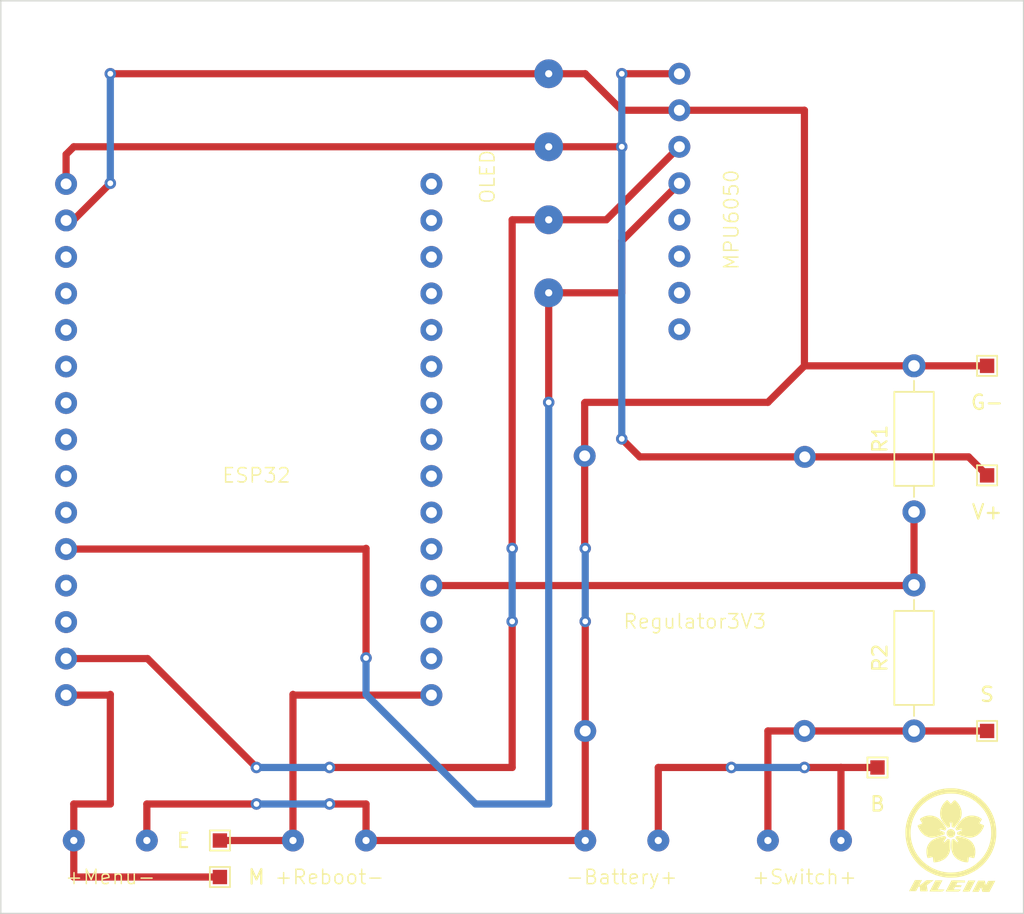
<source format=kicad_pcb>
(kicad_pcb (version 20221018) (generator pcbnew)
  (title_block (title "Gyroscopic controller - PCB") (rev "Dominik Klein"))
  (layers (0 "F.Cu" signal) (31 "B.Cu" signal) (34 "B.Paste" user) (35 "F.Paste" user) (36 "B.SilkS" user "B.Silkscreen") (37 "F.SilkS" user "F.Silkscreen") (38 "B.Mask" user) (39 "F.Mask" user) (44 "Edge.Cuts" user))
  (net 0 "")
  (net 1 "GND")
  (net 2 "BTSI")
  (net 3 "VCC3V3")
  (net 12 "SDA")
  (net 15 "SCL")
  (net 16 "D23")
  (net 28 "D34")
  (net 31 "EN")
  (net 36 "STRI")
  (footprint "Gyroskopicke-pomucky:ESP32_30Pin_Module" (layer "F.Cu") (at 78.205 67.355)
    (fp_text reference "ESP32" (at -4.545 -2.585 unlocked) (layer "F.SilkS") (effects (font (thickness 0.1))))
    (fp_text value "~")
    (pad "1" thru_hole circle (at -17.78 -22.86) (size 1.524 1.524) (drill 0.762) (layers "*.Cu" "*.Mask") (net 3 "VCC3V3"))
    (pad "2" thru_hole circle (at -17.78 -20.32) (size 1.524 1.524) (drill 0.762) (layers "*.Cu" "*.Mask") (net 1 "GND"))
    (pad "3" thru_hole circle (at -17.78 -17.78) (size 1.524 1.524) (drill 0.762) (layers "*.Cu" "*.Mask"))
    (pad "4" thru_hole circle (at -17.78 -15.24) (size 1.524 1.524) (drill 0.762) (layers "*.Cu" "*.Mask"))
    (pad "5" thru_hole circle (at -17.78 -12.7) (size 1.524 1.524) (drill 0.762) (layers "*.Cu" "*.Mask"))
    (pad "6" thru_hole circle (at -17.78 -10.16) (size 1.524 1.524) (drill 0.762) (layers "*.Cu" "*.Mask"))
    (pad "7" thru_hole circle (at -17.78 -7.62) (size 1.524 1.524) (drill 0.762) (layers "*.Cu" "*.Mask"))
    (pad "8" thru_hole circle (at -17.78 -5.08) (size 1.524 1.524) (drill 0.762) (layers "*.Cu" "*.Mask"))
    (pad "9" thru_hole circle (at -17.78 -2.54) (size 1.524 1.524) (drill 0.762) (layers "*.Cu" "*.Mask"))
    (pad "10" thru_hole circle (at -17.78 0) (size 1.524 1.524) (drill 0.762) (layers "*.Cu" "*.Mask"))
    (pad "11" thru_hole circle (at -17.78 2.54) (size 1.524 1.524) (drill 0.762) (layers "*.Cu" "*.Mask") (net 12 "SDA"))
    (pad "12" thru_hole circle (at -17.78 5.08) (size 1.524 1.524) (drill 0.762) (layers "*.Cu" "*.Mask"))
    (pad "13" thru_hole circle (at -17.78 7.62) (size 1.524 1.524) (drill 0.762) (layers "*.Cu" "*.Mask"))
    (pad "14" thru_hole circle (at -17.78 10.16) (size 1.524 1.524) (drill 0.762) (layers "*.Cu" "*.Mask") (net 15 "SCL"))
    (pad "15" thru_hole circle (at -17.78 12.7) (size 1.524 1.524) (drill 0.762) (layers "*.Cu" "*.Mask") (net 16 "D23"))
    (pad "16" thru_hole circle (at 7.62 -22.86) (size 1.524 1.524) (drill 0.762) (layers "*.Cu" "*.Mask"))
    (pad "17" thru_hole circle (at 7.62 -20.32) (size 1.524 1.524) (drill 0.762) (layers "*.Cu" "*.Mask"))
    (pad "18" thru_hole circle (at 7.62 -17.78) (size 1.524 1.524) (drill 0.762) (layers "*.Cu" "*.Mask"))
    (pad "19" thru_hole circle (at 7.62 -15.24) (size 1.524 1.524) (drill 0.762) (layers "*.Cu" "*.Mask"))
    (pad "20" thru_hole circle (at 7.62 -12.7) (size 1.524 1.524) (drill 0.762) (layers "*.Cu" "*.Mask"))
    (pad "21" thru_hole circle (at 7.62 -10.16) (size 1.524 1.524) (drill 0.762) (layers "*.Cu" "*.Mask"))
    (pad "22" thru_hole circle (at 7.62 -7.62) (size 1.524 1.524) (drill 0.762) (layers "*.Cu" "*.Mask"))
    (pad "23" thru_hole circle (at 7.62 -5.08) (size 1.524 1.524) (drill 0.762) (layers "*.Cu" "*.Mask"))
    (pad "24" thru_hole circle (at 7.62 -2.54) (size 1.524 1.524) (drill 0.762) (layers "*.Cu" "*.Mask"))
    (pad "25" thru_hole circle (at 7.62 0) (size 1.524 1.524) (drill 0.762) (layers "*.Cu" "*.Mask"))
    (pad "26" thru_hole circle (at 7.62 2.54) (size 1.524 1.524) (drill 0.762) (layers "*.Cu" "*.Mask"))
    (pad "27" thru_hole circle (at 7.62 5.08) (size 1.524 1.524) (drill 0.762) (layers "*.Cu" "*.Mask") (net 28 "D34"))
    (pad "28" thru_hole circle (at 7.62 7.62) (size 1.524 1.524) (drill 0.762) (layers "*.Cu" "*.Mask"))
    (pad "29" thru_hole circle (at 7.62 10.16) (size 1.524 1.524) (drill 0.762) (layers "*.Cu" "*.Mask"))
    (pad "30" thru_hole circle (at 7.62 12.7) (size 1.524 1.524) (drill 0.762) (layers "*.Cu" "*.Mask") (net 31 "EN"))
  )
  (footprint "TestPoint:TestPoint_Pad_1.0x1.0mm" (layer "F.Cu") (at 124.46 57.15)
    (fp_text reference "G-" (at 0 2.54) (layer "F.SilkS"))
    (fp_text value "~")
    (fp_line (start -0.7 -0.7) (end 0.7 -0.7) (stroke (width 0.12)) (layer "F.SilkS"))
    (fp_line (start -0.7 0.7) (end -0.7 -0.7) (stroke (width 0.12)) (layer "F.SilkS"))
    (fp_line (start 0.7 -0.7) (end 0.7 0.7) (stroke (width 0.12)) (layer "F.SilkS"))
    (fp_line (start 0.7 0.7) (end -0.7 0.7) (stroke (width 0.12)) (layer "F.SilkS"))
    (pad "1" smd rect (at 0 0) (size 1 1) (layers "F.Cu" "F.Mask") (net 1 "GND"))
  )
  (footprint "Gyroskopicke-pomucky:Tlacitko" (layer "F.Cu") (at 78.74 90.17 180)
    (fp_text reference "+Reboot-" (at 0 -2.54 unlocked) (layer "F.SilkS") (effects (font (thickness 0.1))))
    (fp_text value "Conn_01x02_Pin")
    (pad "1" thru_hole circle (at -2.54 0 180) (size 1.524 1.524) (drill 0.5) (layers "*.Cu" "*.Mask") (net 1 "GND"))
    (pad "2" thru_hole circle (at 2.54 0 180) (size 1.524 1.524) (drill 0.5) (layers "*.Cu" "*.Mask") (net 31 "EN"))
  )
  (footprint "Resistor_THT:R_Axial_DIN0207_L6.3mm_D2.5mm_P10.16mm_Horizontal" (layer "F.Cu") (at 119.38 67.31 90)
    (fp_text reference "R1" (at 5.08 -2.37 90) (layer "F.SilkS"))
    (fp_text value "110k")
    (fp_line (start 1.04 0) (end 1.81 0) (stroke (width 0.12)) (layer "F.SilkS"))
    (fp_line (start 1.81 -1.37) (end 1.81 1.37) (stroke (width 0.12)) (layer "F.SilkS"))
    (fp_line (start 1.81 1.37) (end 8.35 1.37) (stroke (width 0.12)) (layer "F.SilkS"))
    (fp_line (start 8.35 -1.37) (end 1.81 -1.37) (stroke (width 0.12)) (layer "F.SilkS"))
    (fp_line (start 8.35 1.37) (end 8.35 -1.37) (stroke (width 0.12)) (layer "F.SilkS"))
    (fp_line (start 9.12 0) (end 8.35 0) (stroke (width 0.12)) (layer "F.SilkS"))
    (pad "1" thru_hole circle (at 0 0 90) (size 1.6 1.6) (drill 0.8) (layers "*.Cu" "*.Mask") (net 28 "D34"))
    (pad "2" thru_hole oval (at 10.16 0 90) (size 1.6 1.6) (drill 0.8) (layers "*.Cu" "*.Mask") (net 1 "GND"))
  )
  (footprint "Gyroskopicke-pomucky:Gyroskop" (layer "F.Cu") (at 108.145 44.45)
    (fp_text reference "MPU6050" (at -1.465 2.54 90 unlocked) (layer "F.SilkS") (effects (font (thickness 0.1))))
    (fp_text value "~")
    (pad "1" thru_hole circle (at -5.08 -7.62 270) (size 1.524 1.524) (drill 0.762) (layers "*.Cu" "*.Mask") (net 3 "VCC3V3"))
    (pad "2" thru_hole circle (at -5.08 -5.08 270) (size 1.524 1.524) (drill 0.762) (layers "*.Cu" "*.Mask") (net 1 "GND"))
    (pad "3" thru_hole circle (at -5.08 -2.54 270) (size 1.524 1.524) (drill 0.762) (layers "*.Cu" "*.Mask") (net 15 "SCL"))
    (pad "4" thru_hole circle (at -5.08 0 270) (size 1.524 1.524) (drill 0.762) (layers "*.Cu" "*.Mask") (net 12 "SDA"))
    (pad "5" thru_hole circle (at -5.08 2.54 270) (size 1.524 1.524) (drill 0.762) (layers "*.Cu" "*.Mask"))
    (pad "6" thru_hole circle (at -5.08 5.08 270) (size 1.524 1.524) (drill 0.762) (layers "*.Cu" "*.Mask"))
    (pad "7" thru_hole circle (at -5.08 7.62 270) (size 1.524 1.524) (drill 0.762) (layers "*.Cu" "*.Mask"))
    (pad "8" thru_hole circle (at -5.08 10.16 270) (size 1.524 1.524) (drill 0.762) (layers "*.Cu" "*.Mask"))
  )
  (footprint "TestPoint:TestPoint_Pad_1.0x1.0mm" (layer "F.Cu") (at 71.12 90.17)
    (fp_text reference "E" (at -2.54 0) (layer "F.SilkS"))
    (fp_text value "~")
    (fp_line (start -0.7 -0.7) (end 0.7 -0.7) (stroke (width 0.12)) (layer "F.SilkS"))
    (fp_line (start -0.7 0.7) (end -0.7 -0.7) (stroke (width 0.12)) (layer "F.SilkS"))
    (fp_line (start 0.7 -0.7) (end 0.7 0.7) (stroke (width 0.12)) (layer "F.SilkS"))
    (fp_line (start 0.7 0.7) (end -0.7 0.7) (stroke (width 0.12)) (layer "F.SilkS"))
    (pad "1" smd rect (at 0 0) (size 1 1) (layers "F.Cu" "F.Mask") (net 31 "EN"))
  )
  (footprint "Gyroskopicke-pomucky:logoKvet" (layer "F.Cu") (at 121.92 90.17)
    (fp_text reference "kvetLogo" hide)
    (fp_text value "LOGO" hide)
    (fp_poly (pts (xy 1.705761 2.816532) (xy 1.696019 2.833957) (xy 1.67754 2.86809) (xy 1.651594 2.916542) (xy 1.619455 2.976922) (xy 1.582394 3.046842) (xy 1.541682 3.123911) (xy 1.499167 3.204647) (xy 1.313528 3.557725) (xy 1.073053 3.557725) (xy 0.832577 3.557725) (xy 1.037796 3.169609) (xy 1.243015 2.781494) (xy 1.484865 2.781494) (xy 1.726716 2.781494)) (fill solid) (layer "F.SilkS"))
    (fp_poly (pts (xy -0.6404 2.924342) (xy -0.676129 2.99201) (xy -0.717438 3.07011) (xy -0.759773 3.15004) (xy -0.798581 3.2232) (xy -0.807338 3.239686) (xy -0.893262 3.4014) (xy -0.651283 3.404299) (xy -0.409303 3.407197) (xy -0.493043 3.482215) (xy -0.576783 3.557233) (xy -0.733107 3.554967) (xy -0.788898 3.554204) (xy -0.861009 3.553285) (xy -0.944196 3.552275) (xy -1.033219 3.551235) (xy -1.122834 3.550229) (xy -1.17651 3.549649) (xy -1.463589 3.546596) (xy -1.258462 3.158655) (xy -1.053335 2.770713) (xy -0.806361 2.770713) (xy -0.559387 2.770713)) (fill solid) (layer "F.SilkS"))
    (fp_poly (pts (xy 0.121776 -0.775164) (xy 0.154102 -0.761619) (xy 0.220357 -0.717873) (xy 0.27096 -0.659687) (xy 0.305011 -0.588349) (xy 0.319352 -0.525492) (xy 0.318079 -0.460496) (xy 0.298889 -0.394217) (xy 0.264519 -0.331572) (xy 0.217704 -0.277475) (xy 0.161181 -0.236844) (xy 0.157707 -0.235027) (xy 0.111098 -0.218767) (xy 0.053454 -0.20946) (xy -0.006317 -0.207692) (xy -0.059307 -0.214045) (xy -0.078184 -0.219566) (xy -0.145182 -0.255466) (xy -0.203148 -0.307925) (xy -0.247483 -0.372399) (xy -0.259716 -0.398897) (xy -0.269771 -0.441002) (xy -0.273176 -0.494491) (xy -0.270147 -0.550309) (xy -0.260899 -0.5994) (xy -0.254519 -0.617452) (xy -0.215263 -0.681799) (xy -0.161858 -0.732602) (xy -0.097879 -0.768601) (xy -0.026898 -0.788534) (xy 0.047511 -0.791142)) (fill solid) (layer "F.SilkS"))
    (fp_poly (pts (xy 2.414941 2.943209) (xy 2.428411 2.996792) (xy 2.440647 3.042001) (xy 2.450578 3.075127) (xy 2.457131 3.092461) (xy 2.45858 3.094142) (xy 2.465796 3.085127) (xy 2.481031 3.060292) (xy 2.502364 3.022952) (xy 2.527876 2.976422) (xy 2.541308 2.951294) (xy 2.617051 2.808446) (xy 2.865138 2.805555) (xy 3.113225 2.802664) (xy 2.907553 3.190976) (xy 2.70188 3.579287) (xy 2.456406 3.579287) (xy 2.210933 3.579287) (xy 2.200488 3.538858) (xy 2.193397 3.511327) (xy 2.182633 3.469432) (xy 2.169871 3.4197) (xy 2.161034 3.385229) (xy 2.148613 3.338426) (xy 2.137506 3.299595) (xy 2.129092 3.273378) (xy 2.125244 3.264627) (xy 2.118301 3.271151) (xy 2.103419 3.293919) (xy 2.082377 3.329927) (xy 2.056951 3.376171) (xy 2.037606 3.412811) (xy 1.956749 3.568397) (xy 1.734264 3.568451) (xy 1.511779 3.568506) (xy 1.716998 3.18039) (xy 1.922217 2.792275) (xy 2.150252 2.792275) (xy 2.378287 2.792275)) (fill solid) (layer "F.SilkS"))
    (fp_poly (pts (xy 0.326425 2.771025) (xy 0.409634 2.771897) (xy 0.502051 2.773237) (xy 0.597502 2.774949) (xy 0.689816 2.77694) (xy 0.725968 2.777832) (xy 1.002632 2.784951) (xy 1.002632 2.853299) (xy 1.002632 2.921647) (xy 0.7409 2.921647) (xy 0.479169 2.921647) (xy 0.433721 3.013285) (xy 0.388273 3.104923) (xy 0.582252 3.104923) (xy 0.64423 3.10527) (xy 0.698014 3.106232) (xy 0.740201 3.107694) (xy 0.767389 3.109541) (xy 0.776231 3.1115) (xy 0.771515 3.12366) (xy 0.759152 3.149218) (xy 0.741818 3.182642) (xy 0.741807 3.182663) (xy 0.707383 3.24725) (xy 0.512711 3.239574) (xy 0.318039 3.231899) (xy 0.271466 3.319345) (xy 0.224892 3.406791) (xy 0.476304 3.40726) (xy 0.727717 3.40773) (xy 0.646859 3.482509) (xy 0.566002 3.557288) (xy 0.398897 3.554995) (xy 0.33974 3.55422) (xy 0.26447 3.553289) (xy 0.178532 3.552267) (xy 0.087374 3.551218) (xy -0.003558 3.550207) (xy -0.055288 3.549649) (xy -0.342367 3.546596) (xy -0.13724 3.158655) (xy 0.067887 2.770713) (xy 0.258596 2.770713)) (fill solid) (layer "F.SilkS"))
    (fp_poly (pts (xy -2.065839 2.89967) (xy -2.099653 2.963287) (xy -2.124318 3.010268) (xy -2.140605 3.043119) (xy -2.149286 3.064347) (xy -2.151131 3.076459) (xy -2.146914 3.081962) (xy -2.137404 3.083364) (xy -2.123375 3.083171) (xy -2.122312 3.083162) (xy -2.108142 3.081152) (xy -2.090498 3.074261) (xy -2.06714 3.060988) (xy -2.035826 3.039829) (xy -1.994312 3.009279) (xy -1.940357 2.967837) (xy -1.881282 2.921538) (xy -1.676443 2.760113) (xy -1.424958 2.760023) (xy -1.173474 2.759932) (xy -1.338711 2.881561) (xy -1.396658 2.924234) (xy -1.454284 2.9667) (xy -1.50712 3.005667) (xy -1.550699 3.037838) (xy -1.576276 3.056752) (xy -1.609645 3.083256) (xy -1.634988 3.106793) (xy -1.648113 3.123348) (xy -1.649048 3.126486) (xy -1.647648 3.142165) (xy -1.643494 3.175226) (xy -1.637119 3.221744) (xy -1.629056 3.27779) (xy -1.622699 3.320544) (xy -1.613723 3.381177) (xy -1.606005 3.435272) (xy -1.600095 3.478828) (xy -1.59654 3.507841) (xy -1.595747 3.517296) (xy -1.597072 3.523247) (xy -1.60284 3.527802) (xy -1.615568 3.531146) (xy -1.637775 3.533463) (xy -1.671978 3.534938) (xy -1.720695 3.535757) (xy -1.786444 3.536102) (xy -1.852919 3.536163) (xy -2.110252 3.536163) (xy -2.116934 3.495734) (xy -2.121034 3.459592) (xy -2.123463 3.416371) (xy -2.123735 3.400287) (xy -2.125035 3.357361) (xy -2.128237 3.307197) (xy -2.130835 3.278475) (xy -2.137816 3.211682) (xy -2.185878 3.214903) (xy -2.23394 3.218124) (xy -2.315282 3.371753) (xy -2.396625 3.525382) (xy -2.641744 3.525382) (xy -2.886863 3.525382) (xy -2.681644 3.137266) (xy -2.476425 2.749151) (xy -2.231164 2.749151) (xy -1.985903 2.749151)) (fill solid) (layer "F.SilkS"))
    (fp_poly (pts (xy 0.333472 -2.776646) (xy 0.382193 -2.735998) (xy 0.436755 -2.682522) (xy 0.491934 -2.621896) (xy 0.542505 -2.559797) (xy 0.575928 -2.513182) (xy 0.657842 -2.37293) (xy 0.718366 -2.231364) (xy 0.75749 -2.088941) (xy 0.775203 -1.946117) (xy 0.771496 -1.803351) (xy 0.746359 -1.6611) (xy 0.699782 -1.51982) (xy 0.631754 -1.379968) (xy 0.60203 -1.33009) (xy 0.560475 -1.267977) (xy 0.507712 -1.195743) (xy 0.447764 -1.11853) (xy 0.384655 -1.04148) (xy 0.322408 -0.969733) (xy 0.305119 -0.950682) (xy 0.242572 -0.88256) (xy 0.188667 -0.904045) (xy 0.152136 -0.917641) (xy 0.119355 -0.928249) (xy 0.106771 -0.931528) (xy 0.094849 -0.934786) (xy 0.086676 -0.941036) (xy 0.08126 -0.954074) (xy 0.077606 -0.977694) (xy 0.074725 -1.01569) (xy 0.072018 -1.064412) (xy 0.066405 -1.144114) (xy 0.059014 -1.203414) (xy 0.049588 -1.24342) (xy 0.037868 -1.265236) (xy 0.024026 -1.270059) (xy 0.007891 -1.256187) (xy -0.005914 -1.221892) (xy -0.017133 -1.168217) (xy -0.025512 -1.096201) (xy -0.028386 -1.056467) (xy -0.035331 -0.942117) (xy -0.101218 -0.920348) (xy -0.138594 -0.907677) (xy -0.169487 -0.896631) (xy -0.185036 -0.890515) (xy -0.195771 -0.891044) (xy -0.212248 -0.901503) (xy -0.236464 -0.923692) (xy -0.270415 -0.959413) (xy -0.30851 -1.00186) (xy -0.419074 -1.13356) (xy -0.511138 -1.258064) (xy -0.585734 -1.37731) (xy -0.643893 -1.493235) (xy -0.686647 -1.607776) (xy -0.715028 -1.722871) (xy -0.724326 -1.782613) (xy -0.730719 -1.916678) (xy -0.717338 -2.053386) (xy -0.685298 -2.190043) (xy -0.635716 -2.323955) (xy -0.569709 -2.452428) (xy -0.488393 -2.572769) (xy -0.392884 -2.682283) (xy -0.325586 -2.744798) (xy -0.29007 -2.774195) (xy -0.260056 -2.797364) (xy -0.239626 -2.811242) (xy -0.233576 -2.813837) (xy -0.221659 -2.806408) (xy -0.198469 -2.786286) (xy -0.16725 -2.756718) (xy -0.131249 -2.72095) (xy -0.093713 -2.682231) (xy -0.057886 -2.643806) (xy -0.027014 -2.608924) (xy -0.018034 -2.598218) (xy 0.021906 -2.549703) (xy 0.049709 -2.582046) (xy 0.114987 -2.656919) (xy 0.167915 -2.715254) (xy 0.209128 -2.757726) (xy 0.23926 -2.785013) (xy 0.242938 -2.787895) (xy 0.279823 -2.816028)) (fill solid) (layer "F.SilkS"))
    (fp_poly (pts (xy -1.328379 -1.734141) (xy -1.186046 -1.707877) (xy -1.048102 -1.661726) (xy -0.915932 -1.595994) (xy -0.790924 -1.510986) (xy -0.674463 -1.407008) (xy -0.621502 -1.349873) (xy -0.576615 -1.294383) (xy -0.52579 -1.224876) (xy -0.472574 -1.146698) (xy -0.420512 -1.065198) (xy -0.37315 -0.985722) (xy -0.340457 -0.926097) (xy -0.287408 -0.824361) (xy -0.326705 -0.772879) (xy -0.349699 -0.741984) (xy -0.36815 -0.715819) (xy -0.375987 -0.703555) (xy -0.382445 -0.695693) (xy -0.393228 -0.692872) (xy -0.412604 -0.695571) (xy -0.444845 -0.704275) (xy -0.481377 -0.71545) (xy -0.548528 -0.734525) (xy -0.612126 -0.749175) (xy -0.668585 -0.758872) (xy -0.714317 -0.763086) (xy -0.745736 -0.761289) (xy -0.75733 -0.756134) (xy -0.764105 -0.743068) (xy -0.753616 -0.729187) (xy -0.749278 -0.725692) (xy -0.721982 -0.70846) (xy -0.680191 -0.686646) (xy -0.629728 -0.662887) (xy -0.576415 -0.639822) (xy -0.526075 -0.620087) (xy -0.487854 -0.607274) (xy -0.420488 -0.587564) (xy -0.420551 -0.501316) (xy -0.420614 -0.415068) (xy -0.649632 -0.336985) (xy -0.755477 -0.301576) (xy -0.8452 -0.273245) (xy -0.922676 -0.251004) (xy -0.99178 -0.233869) (xy -1.056388 -0.220851) (xy -1.120374 -0.210967) (xy -1.166617 -0.20541) (xy -1.233093 -0.198961) (xy -1.285838 -0.196077) (xy -1.33239 -0.196778) (xy -1.380287 -0.201083) (xy -1.41728 -0.20605) (xy -1.555966 -0.236866) (xy -1.686857 -0.287438) (xy -1.8093 -0.357178) (xy -1.922645 -0.4455) (xy -2.026238 -0.551815) (xy -2.119428 -0.675536) (xy -2.201564 -0.816075) (xy -2.271992 -0.972845) (xy -2.274247 -0.978644) (xy -2.296248 -1.035514) (xy -2.246296 -1.067193) (xy -2.213895 -1.085144) (xy -2.168664 -1.106866) (xy -2.118075 -1.128865) (xy -2.092717 -1.139026) (xy -2.048604 -1.156467) (xy -2.01204 -1.171573) (xy -1.987712 -1.182369) (xy -1.980507 -1.186277) (xy -1.982061 -1.197876) (xy -1.993327 -1.22314) (xy -2.012206 -1.257693) (xy -2.02481 -1.278645) (xy -2.066591 -1.348223) (xy -2.098679 -1.406374) (xy -2.120268 -1.451463) (xy -2.130555 -1.48186) (xy -2.130645 -1.493404) (xy -2.117505 -1.508808) (xy -2.089344 -1.531186) (xy -2.05039 -1.557794) (xy -2.004868 -1.585887) (xy -1.957004 -1.612717) (xy -1.913865 -1.634236) (xy -1.767843 -1.690567) (xy -1.620663 -1.725791) (xy -1.473713 -1.740214)) (fill solid) (layer "F.SilkS"))
    (fp_poly (pts (xy 1.61737 -1.72948) (xy 1.749277 -1.706146) (xy 1.874573 -1.668621) (xy 1.989718 -1.618087) (xy 2.091178 -1.555725) (xy 2.138065 -1.518394) (xy 2.179228 -1.482386) (xy 2.125593 -1.383948) (xy 2.099354 -1.336751) (xy 2.07323 -1.291381) (xy 2.051159 -1.254609) (xy 2.04228 -1.240664) (xy 2.024971 -1.211286) (xy 2.022251 -1.192264) (xy 2.036177 -1.178841) (xy 2.068803 -1.166262) (xy 2.07534 -1.164185) (xy 2.110092 -1.151609) (xy 2.153336 -1.133584) (xy 2.200191 -1.112442) (xy 2.24578 -1.090519) (xy 2.285225 -1.070146) (xy 2.313647 -1.053658) (xy 2.325382 -1.044581) (xy 2.327956 -1.026071) (xy 2.320388 -0.992582) (xy 2.304215 -0.94726) (xy 2.280975 -0.893252) (xy 2.252204 -0.833704) (xy 2.219439 -0.771762) (xy 2.184218 -0.710573) (xy 2.148078 -0.653284) (xy 2.112555 -0.603039) (xy 2.104748 -0.592954) (xy 2.003988 -0.480968) (xy 1.89304 -0.386544) (xy 1.773368 -0.310336) (xy 1.646435 -0.252997) (xy 1.513703 -0.215183) (xy 1.376636 -0.197545) (xy 1.236697 -0.200739) (xy 1.229032 -0.201523) (xy 1.115842 -0.218768) (xy 0.985432 -0.248266) (xy 0.837642 -0.290056) (xy 0.705241 -0.332891) (xy 0.637178 -0.356311) (xy 0.576527 -0.37781) (xy 0.526083 -0.396344) (xy 0.488643 -0.410871) (xy 0.467002 -0.420347) (xy 0.462734 -0.423348) (xy 0.463149 -0.437317) (xy 0.463452 -0.466752) (xy 0.463581 -0.505558) (xy 0.463582 -0.509622) (xy 0.463582 -0.588004) (xy 0.543617 -0.612848) (xy 0.593271 -0.6301) (xy 0.645237 -0.651239) (xy 0.695594 -0.674285) (xy 0.740422 -0.697259) (xy 0.7758 -0.718183) (xy 0.797809 -0.735077) (xy 0.803183 -0.743888) (xy 0.793405 -0.754033) (xy 0.766641 -0.758905) (xy 0.726744 -0.75876) (xy 0.67757 -0.753854) (xy 0.622973 -0.744443) (xy 0.566807 -0.730783) (xy 0.555221 -0.727413) (xy 0.510915 -0.714138) (xy 0.473346 -0.702908) (xy 0.44809 -0.695388) (xy 0.441866 -0.693553) (xy 0.426017 -0.699813) (xy 0.401929 -0.724581) (xy 0.377904 -0.756344) (xy 0.330269 -0.82389) (xy 0.387459 -0.932128) (xy 0.484268 -1.099713) (xy 0.587559 -1.248551) (xy 0.696897 -1.378195) (xy 0.811843 -1.488203) (xy 0.931962 -1.578128) (xy 1.056818 -1.647527) (xy 1.113123 -1.671438) (xy 1.208676 -1.703702) (xy 1.301094 -1.724418) (xy 1.398843 -1.735102) (xy 1.482386 -1.737442)) (fill solid) (layer "F.SilkS"))
    (fp_poly (pts (xy 0.481021 -0.308557) (xy 0.52539 -0.30329) (xy 0.563672 -0.298263) (xy 0.755722 -0.265202) (xy 0.930949 -0.219523) (xy 1.089176 -0.161311) (xy 1.230222 -0.090647) (xy 1.353908 -0.007614) (xy 1.460055 0.087703) (xy 1.504552 0.137587) (xy 1.551679 0.202731) (xy 1.598275 0.281781) (xy 1.640598 0.367323) (xy 1.674905 0.451941) (xy 1.693581 0.512097) (xy 1.710186 0.598038) (xy 1.720094 0.696452) (xy 1.723022 0.799224) (xy 1.718685 0.89824) (xy 1.709621 0.970288) (xy 1.695019 1.045641) (xy 1.679345 1.111439) (xy 1.663449 1.164918) (xy 1.648184 1.203316) (xy 1.6344 1.223871) (xy 1.630803 1.226099) (xy 1.614759 1.225905) (xy 1.581866 1.221001) (xy 1.536136 1.212134) (xy 1.481578 1.200054) (xy 1.447626 1.191909) (xy 1.391077 1.178253) (xy 1.342346 1.16704) (xy 1.305051 1.159057) (xy 1.282813 1.155093) (xy 1.278179 1.154993) (xy 1.275582 1.166545) (xy 1.270996 1.195538) (xy 1.264998 1.238005) (xy 1.258165 1.289978) (xy 1.2558 1.30874) (xy 1.24702 1.379849) (xy 1.239981 1.432441) (xy 1.233218 1.469321) (xy 1.225268 1.493294) (xy 1.214664 1.507167) (xy 1.199944 1.513743) (xy 1.179642 1.515829) (xy 1.152293 1.51623) (xy 1.147434 1.516319) (xy 1.097404 1.515722) (xy 1.045216 1.512532) (xy 1.01193 1.508772) (xy 0.920142 1.490991) (xy 0.822755 1.465358) (xy 0.731222 1.435025) (xy 0.701042 1.423204) (xy 0.559108 1.354622) (xy 0.434359 1.273015) (xy 0.326791 1.17838) (xy 0.236398 1.070711) (xy 0.163178 0.950002) (xy 0.107126 0.816248) (xy 0.068238 0.669445) (xy 0.053437 0.57745) (xy 0.048217 0.515016) (xy 0.045727 0.437093) (xy 0.045817 0.349559) (xy 0.048335 0.258293) (xy 0.053128 0.169174) (xy 0.060044 0.088081) (xy 0.067617 0.028975) (xy 0.080857 -0.055251) (xy 0.160933 -0.082126) (xy 0.241009 -0.109001) (xy 0.349601 -0.001775) (xy 0.390819 0.038119) (xy 0.428536 0.073151) (xy 0.459208 0.100133) (xy 0.479292 0.115878) (xy 0.482609 0.117876) (xy 0.50356 0.123491) (xy 0.512288 0.113809) (xy 0.50956 0.090742) (xy 0.496141 0.056202) (xy 0.472798 0.012103) (xy 0.440298 -0.039644) (xy 0.399408 -0.097126) (xy 0.393089 -0.10548) (xy 0.334085 -0.182926) (xy 0.371606 -0.23208) (xy 0.394108 -0.262352) (xy 0.412005 -0.287838) (xy 0.418926 -0.298747) (xy 0.424558 -0.305806) (xy 0.434312 -0.309803) (xy 0.451898 -0.310724)) (fill solid) (layer "F.SilkS"))
    (fp_poly (pts (xy -0.389202 -0.308641) (xy -0.377989 -0.301579) (xy -0.370554 -0.290075) (xy -0.36912 -0.287023) (xy -0.354758 -0.263078) (xy -0.332639 -0.233544) (xy -0.323809 -0.22309) (xy -0.290175 -0.184783) (xy -0.348106 -0.109805) (xy -0.386265 -0.057317) (xy -0.419211 -0.006092) (xy -0.445251 0.040605) (xy -0.462692 0.079508) (xy -0.469841 0.107353) (xy -0.467002 0.119483) (xy -0.456251 0.124326) (xy -0.440587 0.120046) (xy -0.418129 0.105194) (xy -0.386995 0.078321) (xy -0.345306 0.037978) (xy -0.295987 -0.012307) (xy -0.198469 -0.113201) (xy -0.139663 -0.089275) (xy -0.103493 -0.07606) (xy -0.072276 -0.067228) (xy -0.057813 -0.065017) (xy -0.047195 -0.06311) (xy -0.039453 -0.055209) (xy -0.03329 -0.037509) (xy -0.027411 -0.006203) (xy -0.020519 0.042515) (xy -0.020079 0.045819) (xy -0.012956 0.115823) (xy -0.008169 0.197663) (xy -0.005675 0.286562) (xy -0.005431 0.377741) (xy -0.007392 0.466423) (xy -0.011515 0.54783) (xy -0.017756 0.617183) (xy -0.025791 0.668421) (xy -0.06223 0.804775) (xy -0.110232 0.925404) (xy -0.171562 1.033789) (xy -0.247987 1.133412) (xy -0.278505 1.166725) (xy -0.38862 1.266832) (xy -0.512365 1.350775) (xy -0.650098 1.418735) (xy -0.802179 1.470891) (xy -0.950906 1.504346) (xy -1.006508 1.512501) (xy -1.061074 1.517661) (xy -1.110162 1.519714) (xy -1.149327 1.51855) (xy -1.174125 1.514057) (xy -1.180053 1.51009) (xy -1.184221 1.495266) (xy -1.190289 1.463411) (xy -1.197594 1.418899) (xy -1.205472 1.366107) (xy -1.213258 1.309411) (xy -1.220288 1.253189) (xy -1.223927 1.220946) (xy -1.228989 1.186075) (xy -1.235052 1.161728) (xy -1.240262 1.153565) (xy -1.253464 1.156016) (xy -1.283642 1.162757) (xy -1.326845 1.172874) (xy -1.379125 1.185452) (xy -1.403047 1.191299) (xy -1.458913 1.204721) (xy -1.508308 1.216039) (xy -1.54698 1.22432) (xy -1.570678 1.228629) (xy -1.574982 1.229032) (xy -1.588365 1.222939) (xy -1.601813 1.203351) (xy -1.61613 1.168302) (xy -1.632125 1.115827) (xy -1.650165 1.045755) (xy -1.666081 0.958037) (xy -1.675053 0.858736) (xy -1.677058 0.754996) (xy -1.672072 0.653959) (xy -1.660071 0.562767) (xy -1.65192 0.525019) (xy -1.606753 0.387331) (xy -1.543494 0.261178) (xy -1.462375 0.146733) (xy -1.363627 0.044167) (xy -1.247481 -0.046349) (xy -1.11417 -0.124644) (xy -0.963925 -0.190546) (xy -0.796977 -0.243884) (xy -0.613559 -0.284486) (xy -0.541815 -0.29621) (xy -0.480499 -0.305048) (xy -0.436957 -0.31019) (xy -0.407691 -0.31145)) (fill solid) (layer "F.SilkS"))
    (fp_poly (pts (xy 0.132399 -3.632346) (xy 0.229522 -3.629954) (xy 0.314442 -3.625641) (xy 0.357326 -3.6221) (xy 0.615232 -3.585834) (xy 0.868534 -3.529035) (xy 1.115836 -3.452287) (xy 1.355743 -3.356172) (xy 1.586859 -3.241275) (xy 1.807787 -3.108177) (xy 2.017134 -2.957463) (xy 2.091511 -2.89724) (xy 2.280896 -2.725171) (xy 2.453745 -2.539626) (xy 2.609553 -2.341551) (xy 2.747812 -2.131892) (xy 2.868016 -1.911595) (xy 2.96966 -1.681605) (xy 3.052236 -1.442867) (xy 3.115239 -1.196329) (xy 3.158162 -0.942935) (xy 3.164027 -0.893906) (xy 3.170997 -0.81337) (xy 3.175994 -0.717956) (xy 3.178968 -0.613672) (xy 3.179872 -0.506526) (xy 3.178658 -0.402526) (xy 3.175277 -0.30768) (xy 3.169682 -0.227997) (xy 3.169376 -0.224848) (xy 3.133372 0.032827) (xy 3.076989 0.283602) (xy 3.000426 0.527012) (xy 2.903882 0.762593) (xy 2.787557 0.989879) (xy 2.65165 1.208407) (xy 2.496361 1.417711) (xy 2.429947 1.497485) (xy 2.255611 1.683968) (xy 2.066854 1.854925) (xy 1.864845 2.009724) (xy 1.650757 2.147732) (xy 1.425757 2.268316) (xy 1.191018 2.370845) (xy 0.94771 2.454686) (xy 0.697002 2.519207) (xy 0.462279 2.560756) (xy 0.405273 2.566931) (xy 0.331554 2.572262) (xy 0.24583 2.576643) (xy 0.152809 2.579972) (xy 0.057198 2.582146) (xy -0.036295 2.58306) (xy -0.122962 2.58261) (xy -0.198096 2.580695) (xy -0.256988 2.577209) (xy -0.262562 2.576697) (xy -0.518464 2.542294) (xy -0.766581 2.488815) (xy -1.009313 2.415578) (xy -1.249054 2.3219) (xy -1.396137 2.253797) (xy -1.622508 2.131089) (xy -1.836257 1.991555) (xy -2.036613 1.836191) (xy -2.222806 1.665993) (xy -2.394064 1.481957) (xy -2.549618 1.285079) (xy -2.688695 1.076354) (xy -2.810525 0.856779) (xy -2.914337 0.627348) (xy -2.999361 0.389058) (xy -3.064826 0.142905) (xy -3.077821 0.081376) (xy -3.105471 -0.084683) (xy -3.124954 -0.262788) (xy -3.135907 -0.445788) (xy -3.136899 -0.532929) (xy -2.781494 -0.532929) (xy -2.771111 -0.29327) (xy -2.7405 -0.05921) (xy -2.690465 0.168394) (xy -2.621815 0.388685) (xy -2.535353 0.600804) (xy -2.431886 0.803893) (xy -2.312221 0.997094) (xy -2.177162 1.179549) (xy -2.027516 1.350401) (xy -1.864089 1.508792) (xy -1.687687 1.653863) (xy -1.499116 1.784757) (xy -1.299181 1.900616) (xy -1.088688 2.000581) (xy -0.868444 2.083796) (xy -0.639254 2.149401) (xy -0.401924 2.19654) (xy -0.194058 2.221475) (xy -0.113402 2.225813) (xy -0.017666 2.226982) (xy 0.086937 2.225206) (xy 0.194192 2.22071) (xy 0.297887 2.213718) (xy 0.391809 2.204453) (xy 0.434829 2.198796) (xy 0.599837 2.170873) (xy 0.751722 2.136575) (xy 0.898506 2.093743) (xy 1.048211 2.040218) (xy 1.099661 2.019824) (xy 1.306695 1.926848) (xy 1.499737 1.820761) (xy 1.681903 1.699481) (xy 1.85631 1.560927) (xy 2.026073 1.403016) (xy 2.032308 1.396772) (xy 2.196331 1.217196) (xy 2.342091 1.026262) (xy 2.469385 0.824391) (xy 2.57801 0.612002) (xy 2.667765 0.389517) (xy 2.738445 0.157356) (xy 2.78985 -0.084061) (xy 2.809209 -0.21562) (xy 2.816432 -0.294091) (xy 2.820905 -0.387965) (xy 2.822711 -0.491703) (xy 2.821933 -0.599771) (xy 2.818653 -0.706632) (xy 2.812952 -0.806749) (xy 2.804914 -0.894586) (xy 2.798408 -0.942886) (xy 2.749678 -1.183822) (xy 2.681628 -1.415434) (xy 2.594442 -1.637353) (xy 2.488302 -1.849212) (xy 2.363391 -2.050642) (xy 2.219892 -2.241276) (xy 2.070197 -2.408265) (xy 1.891143 -2.578822) (xy 1.70433 -2.729814) (xy 1.508834 -2.861711) (xy 1.303729 -2.974982) (xy 1.088091 -3.070098) (xy 0.860998 -3.147528) (xy 0.621523 -3.207741) (xy 0.428531 -3.242605) (xy 0.361219 -3.250359) (xy 0.277197 -3.25616) (xy 0.181182 -3.260013) (xy 0.077892 -3.261922) (xy -0.027957 -3.261894) (xy -0.131646 -3.259933) (xy -0.228458 -3.256045) (xy -0.313677 -3.250236) (xy -0.382584 -3.24251) (xy -0.388115 -3.241676) (xy -0.640961 -3.192537) (xy -0.882823 -3.125382) (xy -1.113252 -3.040488) (xy -1.331797 -2.938132) (xy -1.538011 -2.818591) (xy -1.731444 -2.682144) (xy -1.911646 -2.529066) (xy -2.078169 -2.359634) (xy -2.230563 -2.174127) (xy -2.317796 -2.051099) (xy -2.445464 -1.841646) (xy -2.552858 -1.62511) (xy -2.639826 -1.401988) (xy -2.706216 -1.172778) (xy -2.751875 -0.937978) (xy -2.776651 -0.698086) (xy -2.781494 -0.532929) (xy -3.136899 -0.532929) (xy -3.137964 -0.626531) (xy -3.130762 -0.797866) (xy -3.125632 -0.857911) (xy -3.090392 -1.10653) (xy -3.034754 -1.349998) (xy -2.959507 -1.58717) (xy -2.865439 -1.816904) (xy -2.753339 -2.038056) (xy -2.623996 -2.249482) (xy -2.478197 -2.450038) (xy -2.316731 -2.638582) (xy -2.140388 -2.81397) (xy -1.949954 -2.975058) (xy -1.74622 -3.120702) (xy -1.529973 -3.249759) (xy -1.446326 -3.293389) (xy -1.257176 -3.381704) (xy -1.070185 -3.455054) (xy -0.880585 -3.514835) (xy -0.683613 -3.562438) (xy -0.474501 -3.599258) (xy -0.339667 -3.616934) (xy -0.265782 -3.623527) (xy -0.176016 -3.628407) (xy -0.075986 -3.631531) (xy 0.028691 -3.632858)) (fill solid) (layer "F.SilkS"))
  )
  (footprint "Gyroskopicke-pomucky:OLED" (layer "F.Cu") (at 93.98 44.45 90)
    (fp_text reference "OLED" (at 0.457638 -4.25961 90 unlocked) (layer "F.SilkS") (effects (font (thickness 0.1))))
    (fp_text value "Conn_01x04_Pin")
    (pad "1" thru_hole circle (at -7.62 0 90) (size 2 2) (drill 0.5) (layers "*.Cu" "*.Mask") (net 12 "SDA"))
    (pad "2" thru_hole circle (at -2.54 0 90) (size 2 2) (drill 0.5) (layers "*.Cu" "*.Mask") (net 15 "SCL"))
    (pad "3" thru_hole circle (at 2.54 0 90) (size 2 2) (drill 0.5) (layers "*.Cu" "*.Mask") (net 3 "VCC3V3"))
    (pad "4" thru_hole circle (at 7.62 0 90) (size 2 2) (drill 0.5) (layers "*.Cu" "*.Mask") (net 1 "GND"))
  )
  (footprint "Gyroskopicke-pomucky:Tlacitko" (layer "F.Cu") (at 99.06 90.17)
    (fp_text reference "-Battery+" (at 0 2.54 unlocked) (layer "F.SilkS") (effects (font (thickness 0.1))))
    (fp_text value "Conn_01x02_Pin")
    (pad "1" thru_hole circle (at -2.54 0) (size 1.524 1.524) (drill 0.5) (layers "*.Cu" "*.Mask") (net 1 "GND"))
    (pad "2" thru_hole circle (at 2.54 0) (size 1.524 1.524) (drill 0.5) (layers "*.Cu" "*.Mask") (net 2 "BTSI"))
  )
  (footprint "Gyroskopicke-pomucky:Tlacitko" (layer "F.Cu") (at 63.5 90.17 180)
    (fp_text reference "+Menu-" (at 0 -2.54 unlocked) (layer "F.SilkS") (effects (font (thickness 0.1))))
    (fp_text value "Conn_01x02_Pin")
    (pad "1" thru_hole circle (at -2.54 0 180) (size 1.524 1.524) (drill 0.5) (layers "*.Cu" "*.Mask") (net 1 "GND"))
    (pad "2" thru_hole circle (at 2.54 0 180) (size 1.524 1.524) (drill 0.5) (layers "*.Cu" "*.Mask") (net 16 "D23"))
  )
  (footprint "Resistor_THT:R_Axial_DIN0207_L6.3mm_D2.5mm_P10.16mm_Horizontal" (layer "F.Cu") (at 119.38 82.55 90)
    (fp_text reference "R2" (at 5.08 -2.37 90) (layer "F.SilkS"))
    (fp_text value "220kΩ")
    (fp_line (start 1.04 0) (end 1.81 0) (stroke (width 0.12)) (layer "F.SilkS"))
    (fp_line (start 1.81 -1.37) (end 1.81 1.37) (stroke (width 0.12)) (layer "F.SilkS"))
    (fp_line (start 1.81 1.37) (end 8.35 1.37) (stroke (width 0.12)) (layer "F.SilkS"))
    (fp_line (start 8.35 -1.37) (end 1.81 -1.37) (stroke (width 0.12)) (layer "F.SilkS"))
    (fp_line (start 8.35 1.37) (end 8.35 -1.37) (stroke (width 0.12)) (layer "F.SilkS"))
    (fp_line (start 9.12 0) (end 8.35 0) (stroke (width 0.12)) (layer "F.SilkS"))
    (pad "1" thru_hole circle (at 0 0 90) (size 1.6 1.6) (drill 0.8) (layers "*.Cu" "*.Mask") (net 36 "STRI"))
    (pad "2" thru_hole oval (at 10.16 0 90) (size 1.6 1.6) (drill 0.8) (layers "*.Cu" "*.Mask") (net 28 "D34"))
  )
  (footprint "TestPoint:TestPoint_Pad_1.0x1.0mm" (layer "F.Cu") (at 71.12 92.71)
    (fp_text reference "M" (at 2.54 0) (layer "F.SilkS"))
    (fp_text value "~")
    (fp_line (start -0.7 -0.7) (end 0.7 -0.7) (stroke (width 0.12)) (layer "F.SilkS"))
    (fp_line (start -0.7 0.7) (end -0.7 -0.7) (stroke (width 0.12)) (layer "F.SilkS"))
    (fp_line (start 0.7 -0.7) (end 0.7 0.7) (stroke (width 0.12)) (layer "F.SilkS"))
    (fp_line (start 0.7 0.7) (end -0.7 0.7) (stroke (width 0.12)) (layer "F.SilkS"))
    (pad "1" smd rect (at 0 0) (size 1 1) (layers "F.Cu" "F.Mask") (net 16 "D23"))
  )
  (footprint "TestPoint:TestPoint_Pad_1.0x1.0mm" (layer "F.Cu") (at 124.46 64.77)
    (fp_text reference "V+" (at 0 2.54) (layer "F.SilkS"))
    (fp_text value "~")
    (fp_line (start -0.7 -0.7) (end 0.7 -0.7) (stroke (width 0.12)) (layer "F.SilkS"))
    (fp_line (start -0.7 0.7) (end -0.7 -0.7) (stroke (width 0.12)) (layer "F.SilkS"))
    (fp_line (start 0.7 -0.7) (end 0.7 0.7) (stroke (width 0.12)) (layer "F.SilkS"))
    (fp_line (start 0.7 0.7) (end -0.7 0.7) (stroke (width 0.12)) (layer "F.SilkS"))
    (pad "1" smd rect (at 0 0) (size 1 1) (layers "F.Cu" "F.Mask") (net 3 "VCC3V3"))
  )
  (footprint "Gyroskopicke-pomucky:Regulator" (layer "F.Cu") (at 106.68 72.39 90)
    (fp_text reference "Regulator3V3" (at -2.54 -2.54 unlocked) (layer "F.SilkS") (effects (font (thickness 0.1))))
    (fp_text value "~")
    (pad "1" thru_hole circle (at -10.16 -10.16 90) (size 1.524 1.524) (drill 0.762) (layers "*.Cu" "*.Mask") (net 1 "GND"))
    (pad "2" thru_hole circle (at -10.16 5.08 90) (size 1.524 1.524) (drill 0.762) (layers "*.Cu" "*.Mask") (net 36 "STRI"))
    (pad "3" thru_hole circle (at 8.976443 -10.198461 90) (size 1.524 1.524) (drill 0.762) (layers "*.Cu" "*.Mask") (net 1 "GND"))
    (pad "4" thru_hole circle (at 8.907517 5.103229 90) (size 1.524 1.524) (drill 0.762) (layers "*.Cu" "*.Mask") (net 3 "VCC3V3"))
  )
  (footprint "TestPoint:TestPoint_Pad_1.0x1.0mm" (layer "F.Cu") (at 116.84 85.09)
    (fp_text reference "B" (at 0 2.54) (layer "F.SilkS"))
    (fp_text value "~")
    (fp_line (start -0.7 -0.7) (end 0.7 -0.7) (stroke (width 0.12)) (layer "F.SilkS"))
    (fp_line (start -0.7 0.7) (end -0.7 -0.7) (stroke (width 0.12)) (layer "F.SilkS"))
    (fp_line (start 0.7 -0.7) (end 0.7 0.7) (stroke (width 0.12)) (layer "F.SilkS"))
    (fp_line (start 0.7 0.7) (end -0.7 0.7) (stroke (width 0.12)) (layer "F.SilkS"))
    (pad "1" smd rect (at 0 0) (size 1 1) (layers "F.Cu" "F.Mask") (net 2 "BTSI"))
  )
  (footprint "TestPoint:TestPoint_Pad_1.0x1.0mm" (layer "F.Cu") (at 124.46 82.55)
    (fp_text reference "S" (at 0 -2.54) (layer "F.SilkS"))
    (fp_text value "~")
    (fp_line (start -0.7 -0.7) (end 0.7 -0.7) (stroke (width 0.12)) (layer "F.SilkS"))
    (fp_line (start -0.7 0.7) (end -0.7 -0.7) (stroke (width 0.12)) (layer "F.SilkS"))
    (fp_line (start 0.7 -0.7) (end 0.7 0.7) (stroke (width 0.12)) (layer "F.SilkS"))
    (fp_line (start 0.7 0.7) (end -0.7 0.7) (stroke (width 0.12)) (layer "F.SilkS"))
    (pad "1" smd rect (at 0 0) (size 1 1) (layers "F.Cu" "F.Mask") (net 36 "STRI"))
  )
  (footprint "Gyroskopicke-pomucky:Tlacitko" (layer "F.Cu") (at 111.76 90.17)
    (fp_text reference "+Switch+" (at 0 2.54 unlocked) (layer "F.SilkS") (effects (font (thickness 0.1))))
    (fp_text value "Conn_01x02_Pin")
    (pad "1" thru_hole circle (at -2.54 0) (size 1.524 1.524) (drill 0.5) (layers "*.Cu" "*.Mask") (net 36 "STRI"))
    (pad "2" thru_hole circle (at 2.54 0) (size 1.524 1.524) (drill 0.5) (layers "*.Cu" "*.Mask") (net 2 "BTSI"))
  )
  (gr_line (start 55.88 31.75) (end 127 31.75) (stroke (width 0.1)) (layer "Edge.Cuts"))
  (gr_line (start 55.88 95.25) (end 55.88 31.75) (stroke (width 0.1)) (layer "Edge.Cuts"))
  (gr_line (start 127 31.75) (end 127 95.25) (stroke (width 0.1)) (layer "Edge.Cuts"))
  (gr_line (start 127 95.25) (end 55.88 95.25) (stroke (width 0.1)) (layer "Edge.Cuts"))
  (segment (start 63.5 36.83) (end 93.98 36.83) (width 0.5) (layer "F.Cu") (net 1))
  (segment (start 96.52 36.83) (end 93.98 36.83) (width 0.5) (layer "F.Cu") (net 1))
  (segment (start 96.52 90.17) (end 96.52 82.55) (width 0.5) (layer "F.Cu") (net 1))
  (segment (start 96.52 74.93) (end 96.52 82.55) (width 0.5) (layer "F.Cu") (net 1))
  (segment (start 119.38 57.15) (end 124.46 57.15) (width 0.5) (layer "F.Cu") (net 1))
  (segment (start 111.76 57.15) (end 119.38 57.15) (width 0.5) (layer "F.Cu") (net 1))
  (segment (start 96.481539 69.811539) (end 96.52 69.85) (width 0.5) (layer "F.Cu") (net 1))
  (segment (start 60.425 47.035) (end 60.915 47.035) (width 0.5) (layer "F.Cu") (net 1))
  (segment (start 96.481539 63.413557) (end 96.481539 59.728461) (width 0.5) (layer "F.Cu") (net 1))
  (segment (start 111.76 39.37) (end 111.76 57.15) (width 0.5) (layer "F.Cu") (net 1))
  (segment (start 66.04 90.17) (end 66.04 87.63) (width 0.5) (layer "F.Cu") (net 1))
  (segment (start 96.481539 59.728461) (end 96.52 59.69) (width 0.5) (layer "F.Cu") (net 1))
  (segment (start 81.28 90.17) (end 96.52 90.17) (width 0.5) (layer "F.Cu") (net 1))
  (segment (start 96.52 59.69) (end 109.22 59.69) (width 0.5) (layer "F.Cu") (net 1))
  (segment (start 109.22 59.69) (end 111.76 57.15) (width 0.5) (layer "F.Cu") (net 1))
  (segment (start 103.065 39.37) (end 111.76 39.37) (width 0.5) (layer "F.Cu") (net 1))
  (segment (start 78.74 87.63) (end 81.28 87.63) (width 0.5) (layer "F.Cu") (net 1))
  (segment (start 99.06 39.37) (end 96.52 36.83) (width 0.5) (layer "F.Cu") (net 1))
  (segment (start 96.481539 63.413557) (end 96.481539 69.811539) (width 0.5) (layer "F.Cu") (net 1))
  (segment (start 60.915 47.035) (end 63.5 44.45) (width 0.5) (layer "F.Cu") (net 1))
  (segment (start 66.04 87.63) (end 73.66 87.63) (width 0.5) (layer "F.Cu") (net 1))
  (segment (start 103.065 39.37) (end 99.06 39.37) (width 0.5) (layer "F.Cu") (net 1))
  (segment (start 81.28 87.63) (end 81.28 90.17) (width 0.5) (layer "F.Cu") (net 1))
  (via (at 63.5 36.83) (size 0.8) (drill 0.4) (layers "F.Cu" "B.Cu") (net 1))
  (via (at 96.52 69.85) (size 0.8) (drill 0.4) (layers "F.Cu" "B.Cu") (net 1))
  (via (at 78.74 87.63) (size 0.8) (drill 0.4) (layers "F.Cu" "B.Cu") (net 1))
  (via (at 96.52 74.93) (size 0.8) (drill 0.4) (layers "F.Cu" "B.Cu") (net 1))
  (via (at 73.66 87.63) (size 0.8) (drill 0.4) (layers "F.Cu" "B.Cu") (net 1))
  (via (at 63.5 44.45) (size 0.8) (drill 0.4) (layers "F.Cu" "B.Cu") (net 1))
  (segment (start 96.52 69.85) (end 96.52 74.93) (width 0.5) (layer "B.Cu") (net 1))
  (segment (start 73.66 87.63) (end 78.74 87.63) (width 0.5) (layer "B.Cu") (net 1))
  (segment (start 63.5 44.45) (end 63.5 36.83) (width 0.5) (layer "B.Cu") (net 1))
  (segment (start 101.6 85.09) (end 106.68 85.09) (width 0.5) (layer "F.Cu") (net 2))
  (segment (start 116.84 85.09) (end 114.3 85.09) (width 0.5) (layer "F.Cu") (net 2))
  (segment (start 101.6 90.17) (end 101.6 85.09) (width 0.5) (layer "F.Cu") (net 2))
  (segment (start 114.3 85.09) (end 114.3 90.17) (width 0.5) (layer "F.Cu") (net 2))
  (segment (start 111.76 85.09) (end 114.3 85.09) (width 0.5) (layer "F.Cu") (net 2))
  (via (at 106.68 85.09) (size 0.8) (drill 0.4) (layers "F.Cu" "B.Cu") (net 2))
  (via (at 111.76 85.09) (size 0.8) (drill 0.4) (layers "F.Cu" "B.Cu") (net 2))
  (segment (start 106.68 85.09) (end 111.76 85.09) (width 0.5) (layer "B.Cu") (net 2))
  (segment (start 111.783229 63.482483) (end 123.172483 63.482483) (width 0.5) (layer "F.Cu") (net 3))
  (segment (start 60.425 42.445) (end 60.96 41.91) (width 0.5) (layer "F.Cu") (net 3))
  (segment (start 100.312483 63.482483) (end 99.06 62.23) (width 0.5) (layer "F.Cu") (net 3))
  (segment (start 60.425 44.495) (end 60.425 42.445) (width 0.5) (layer "F.Cu") (net 3))
  (segment (start 123.172483 63.482483) (end 124.46 64.77) (width 0.5) (layer "F.Cu") (net 3))
  (segment (start 93.98 41.91) (end 99.06 41.91) (width 0.5) (layer "F.Cu") (net 3))
  (segment (start 60.96 41.91) (end 93.98 41.91) (width 0.5) (layer "F.Cu") (net 3))
  (segment (start 111.783229 63.482483) (end 100.312483 63.482483) (width 0.5) (layer "F.Cu") (net 3))
  (segment (start 99.06 36.83) (end 103.065 36.83) (width 0.5) (layer "F.Cu") (net 3))
  (via (at 99.06 62.23) (size 0.8) (drill 0.4) (layers "F.Cu" "B.Cu") (net 3))
  (via (at 99.06 36.83) (size 0.8) (drill 0.4) (layers "F.Cu" "B.Cu") (net 3))
  (via (at 99.06 41.91) (size 0.8) (drill 0.4) (layers "F.Cu" "B.Cu") (net 3))
  (segment (start 99.06 62.23) (end 99.06 41.91) (width 0.5) (layer "B.Cu") (net 3))
  (segment (start 99.06 41.91) (end 99.06 36.83) (width 0.5) (layer "B.Cu") (net 3))
  (segment (start 81.28 69.85) (end 81.28 77.47) (width 0.5) (layer "F.Cu") (net 12))
  (segment (start 99.06 48.455) (end 99.06 52.07) (width 0.5) (layer "F.Cu") (net 12))
  (segment (start 60.425 69.895) (end 81.235 69.895) (width 0.5) (layer "F.Cu") (net 12))
  (segment (start 99.06 52.07) (end 93.98 52.07) (width 0.5) (layer "F.Cu") (net 12))
  (segment (start 81.235 69.895) (end 81.28 69.85) (width 0.5) (layer "F.Cu") (net 12))
  (segment (start 93.98 59.69) (end 93.98 52.07) (width 0.5) (layer "F.Cu") (net 12))
  (segment (start 103.065 44.45) (end 99.06 48.455) (width 0.5) (layer "F.Cu") (net 12))
  (via (at 81.28 77.47) (size 0.8) (drill 0.4) (layers "F.Cu" "B.Cu") (net 12))
  (via (at 93.98 59.69) (size 0.8) (drill 0.4) (layers "F.Cu" "B.Cu") (net 12))
  (segment (start 81.28 80.01) (end 88.9 87.63) (width 0.5) (layer "B.Cu") (net 12))
  (segment (start 93.98 87.63) (end 93.98 59.69) (width 0.5) (layer "B.Cu") (net 12))
  (segment (start 81.28 77.47) (end 81.28 80.01) (width 0.5) (layer "B.Cu") (net 12))
  (segment (start 88.9 87.63) (end 93.98 87.63) (width 0.5) (layer "B.Cu") (net 12))
  (segment (start 103.065 41.91) (end 97.985 46.99) (width 0.5) (layer "F.Cu") (net 15))
  (segment (start 66.085 77.515) (end 73.66 85.09) (width 0.5) (layer "F.Cu") (net 15))
  (segment (start 78.74 85.09) (end 91.44 85.09) (width 0.5) (layer "F.Cu") (net 15))
  (segment (start 97.985 46.99) (end 93.98 46.99) (width 0.5) (layer "F.Cu") (net 15))
  (segment (start 91.44 69.85) (end 91.44 46.99) (width 0.5) (layer "F.Cu") (net 15))
  (segment (start 91.44 85.09) (end 91.44 74.93) (width 0.5) (layer "F.Cu") (net 15))
  (segment (start 91.44 46.99) (end 93.98 46.99) (width 0.5) (layer "F.Cu") (net 15))
  (segment (start 60.425 77.515) (end 66.085 77.515) (width 0.5) (layer "F.Cu") (net 15))
  (via (at 78.74 85.09) (size 0.8) (drill 0.4) (layers "F.Cu" "B.Cu") (net 15))
  (via (at 91.44 74.93) (size 0.8) (drill 0.4) (layers "F.Cu" "B.Cu") (net 15))
  (via (at 91.44 69.85) (size 0.8) (drill 0.4) (layers "F.Cu" "B.Cu") (net 15))
  (via (at 73.66 85.09) (size 0.8) (drill 0.4) (layers "F.Cu" "B.Cu") (net 15))
  (segment (start 73.66 85.09) (end 78.74 85.09) (width 0.5) (layer "B.Cu") (net 15))
  (segment (start 91.44 74.93) (end 91.44 69.85) (width 0.5) (layer "B.Cu") (net 15))
  (segment (start 60.96 92.71) (end 71.12 92.71) (width 0.5) (layer "F.Cu") (net 16))
  (segment (start 60.96 87.63) (end 60.96 90.17) (width 0.5) (layer "F.Cu") (net 16))
  (segment (start 63.455 80.055) (end 63.5 80.01) (width 0.5) (layer "F.Cu") (net 16))
  (segment (start 63.5 80.01) (end 63.5 87.63) (width 0.5) (layer "F.Cu") (net 16))
  (segment (start 60.96 90.17) (end 60.96 92.71) (width 0.5) (layer "F.Cu") (net 16))
  (segment (start 63.5 87.63) (end 60.96 87.63) (width 0.5) (layer "F.Cu") (net 16))
  (segment (start 60.425 80.055) (end 63.455 80.055) (width 0.5) (layer "F.Cu") (net 16))
  (segment (start 119.38 72.39) (end 119.38 67.31) (width 0.5) (layer "F.Cu") (net 28))
  (segment (start 85.825 72.435) (end 119.335 72.435) (width 0.5) (layer "F.Cu") (net 28))
  (segment (start 119.335 72.435) (end 119.38 72.39) (width 0.5) (layer "F.Cu") (net 28))
  (segment (start 76.2 80.01) (end 76.245 80.055) (width 0.5) (layer "F.Cu") (net 31))
  (segment (start 76.245 80.055) (end 85.825 80.055) (width 0.5) (layer "F.Cu") (net 31))
  (segment (start 71.12 90.17) (end 76.2 90.17) (width 0.5) (layer "F.Cu") (net 31))
  (segment (start 76.2 90.17) (end 76.2 80.01) (width 0.5) (layer "F.Cu") (net 31))
  (segment (start 109.22 90.17) (end 109.22 82.55) (width 0.5) (layer "F.Cu") (net 36))
  (segment (start 109.22 82.55) (end 111.76 82.55) (width 0.5) (layer "F.Cu") (net 36))
  (segment (start 119.38 82.55) (end 111.76 82.55) (width 0.5) (layer "F.Cu") (net 36))
  (segment (start 119.38 82.55) (end 124.46 82.55) (width 0.5) (layer "F.Cu") (net 36))
)
</source>
